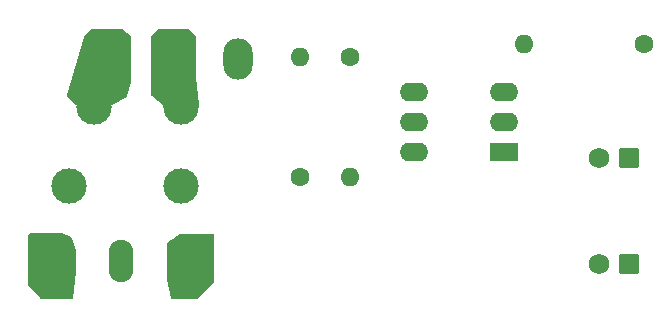
<source format=gbr>
%TF.GenerationSoftware,KiCad,Pcbnew,7.0.8*%
%TF.CreationDate,2023-10-29T17:21:22+01:00*%
%TF.ProjectId,Output_stage,4f757470-7574-45f7-9374-6167652e6b69,2.0*%
%TF.SameCoordinates,Original*%
%TF.FileFunction,Soldermask,Bot*%
%TF.FilePolarity,Negative*%
%FSLAX46Y46*%
G04 Gerber Fmt 4.6, Leading zero omitted, Abs format (unit mm)*
G04 Created by KiCad (PCBNEW 7.0.8) date 2023-10-29 17:21:22*
%MOMM*%
%LPD*%
G01*
G04 APERTURE LIST*
G04 Aperture macros list*
%AMRoundRect*
0 Rectangle with rounded corners*
0 $1 Rounding radius*
0 $2 $3 $4 $5 $6 $7 $8 $9 X,Y pos of 4 corners*
0 Add a 4 corners polygon primitive as box body*
4,1,4,$2,$3,$4,$5,$6,$7,$8,$9,$2,$3,0*
0 Add four circle primitives for the rounded corners*
1,1,$1+$1,$2,$3*
1,1,$1+$1,$4,$5*
1,1,$1+$1,$6,$7*
1,1,$1+$1,$8,$9*
0 Add four rect primitives between the rounded corners*
20,1,$1+$1,$2,$3,$4,$5,0*
20,1,$1+$1,$4,$5,$6,$7,0*
20,1,$1+$1,$6,$7,$8,$9,0*
20,1,$1+$1,$8,$9,$2,$3,0*%
G04 Aperture macros list end*
%ADD10C,1.600000*%
%ADD11O,1.600000X1.600000*%
%ADD12C,3.000000*%
%ADD13R,2.500000X3.500000*%
%ADD14O,2.500000X3.500000*%
%ADD15R,2.400000X1.600000*%
%ADD16O,2.400000X1.600000*%
%ADD17RoundRect,0.250000X0.620000X0.620000X-0.620000X0.620000X-0.620000X-0.620000X0.620000X-0.620000X0*%
%ADD18C,1.740000*%
%ADD19RoundRect,0.249999X0.790001X1.550001X-0.790001X1.550001X-0.790001X-1.550001X0.790001X-1.550001X0*%
%ADD20O,2.080000X3.600000*%
G04 APERTURE END LIST*
D10*
%TO.C,R2*%
X79324200Y-39192200D03*
D11*
X79324200Y-29032200D03*
%TD*%
D10*
%TO.C,R1*%
X108485325Y-27938075D03*
D11*
X98325325Y-27938075D03*
%TD*%
D12*
%TO.C,REF4*%
X69267725Y-40003075D03*
%TD*%
%TO.C,REF2*%
X69267725Y-33272075D03*
%TD*%
D13*
%TO.C,Q1*%
X63157725Y-29208075D03*
D14*
X68632725Y-29208075D03*
X74107725Y-29208075D03*
%TD*%
D10*
%TO.C,R3*%
X83515200Y-29032200D03*
D11*
X83515200Y-39192200D03*
%TD*%
D15*
%TO.C,U1*%
X96572725Y-37092075D03*
D16*
X96572725Y-34552075D03*
X96572725Y-32012075D03*
X88952725Y-32012075D03*
X88952725Y-34552075D03*
X88952725Y-37092075D03*
%TD*%
D17*
%TO.C,J3*%
X107179925Y-46563075D03*
D18*
X104639925Y-46563075D03*
%TD*%
D12*
%TO.C,REF3*%
X59742725Y-40003075D03*
%TD*%
D17*
%TO.C,J2*%
X107179925Y-37558075D03*
D18*
X104639925Y-37558075D03*
%TD*%
D12*
%TO.C,REF1*%
X61901725Y-33272075D03*
%TD*%
D19*
%TO.C,J1*%
X69265800Y-46355000D03*
D20*
X64185800Y-46355000D03*
X59105800Y-46355000D03*
%TD*%
G36*
X59151053Y-43987895D02*
G01*
X59952493Y-44288435D01*
X60008353Y-44330406D01*
X60027695Y-44368812D01*
X60344741Y-45422521D01*
X60350000Y-45458249D01*
X60350000Y-47246925D01*
X60349696Y-47253057D01*
X60134824Y-49416331D01*
X60108609Y-49481097D01*
X60051542Y-49521408D01*
X60011431Y-49528075D01*
X57385409Y-49528075D01*
X57318370Y-49508390D01*
X57292730Y-49486456D01*
X56345220Y-48420507D01*
X56315394Y-48357323D01*
X56313900Y-48337668D01*
X56329544Y-44103542D01*
X56349476Y-44036576D01*
X56402449Y-43991016D01*
X56453543Y-43980000D01*
X59107514Y-43980000D01*
X59151053Y-43987895D01*
G37*
G36*
X64213910Y-26687760D02*
G01*
X64220578Y-26692359D01*
X64999107Y-27267824D01*
X65041317Y-27323503D01*
X65049400Y-27367540D01*
X65049400Y-31097986D01*
X65044817Y-31131386D01*
X64703675Y-32351104D01*
X64666661Y-32410363D01*
X64645959Y-32425263D01*
X63428661Y-33123559D01*
X63366960Y-33140000D01*
X60460047Y-33140000D01*
X60393008Y-33120315D01*
X60373974Y-33105261D01*
X59623691Y-32381773D01*
X59589097Y-32321068D01*
X59590576Y-32258305D01*
X61003882Y-27333884D01*
X61035389Y-27280410D01*
X61611406Y-26704394D01*
X61672729Y-26670909D01*
X61699087Y-26668075D01*
X64146871Y-26668075D01*
X64213910Y-26687760D01*
G37*
G36*
X72003090Y-44009685D02*
G01*
X72048845Y-44062489D01*
X72060051Y-44113949D01*
X72061702Y-48101219D01*
X72042045Y-48168266D01*
X72020654Y-48193438D01*
X70573094Y-49496243D01*
X70510095Y-49526459D01*
X70490142Y-49528075D01*
X68517233Y-49528075D01*
X68450194Y-49508390D01*
X68404439Y-49455586D01*
X68396811Y-49433648D01*
X68033578Y-47954569D01*
X68030000Y-47924996D01*
X68030000Y-44865285D01*
X68049685Y-44798246D01*
X68083824Y-44763053D01*
X69178289Y-44011768D01*
X69244700Y-43990057D01*
X69248465Y-43990000D01*
X71936051Y-43990000D01*
X72003090Y-44009685D01*
G37*
G36*
X69868339Y-26687760D02*
G01*
X69885684Y-26701216D01*
X70496184Y-27268207D01*
X70531910Y-27328252D01*
X70535800Y-27359066D01*
X70535800Y-30732075D01*
X70756949Y-33034142D01*
X70743765Y-33102757D01*
X70695578Y-33153352D01*
X70633517Y-33170000D01*
X67814553Y-33170000D01*
X67747514Y-33150315D01*
X67735635Y-33141645D01*
X66772807Y-32347197D01*
X66733625Y-32289347D01*
X66727725Y-32251552D01*
X66727725Y-27354437D01*
X66747410Y-27287398D01*
X66764044Y-27266756D01*
X67326406Y-26704394D01*
X67387729Y-26670909D01*
X67414087Y-26668075D01*
X69801300Y-26668075D01*
X69868339Y-26687760D01*
G37*
M02*

</source>
